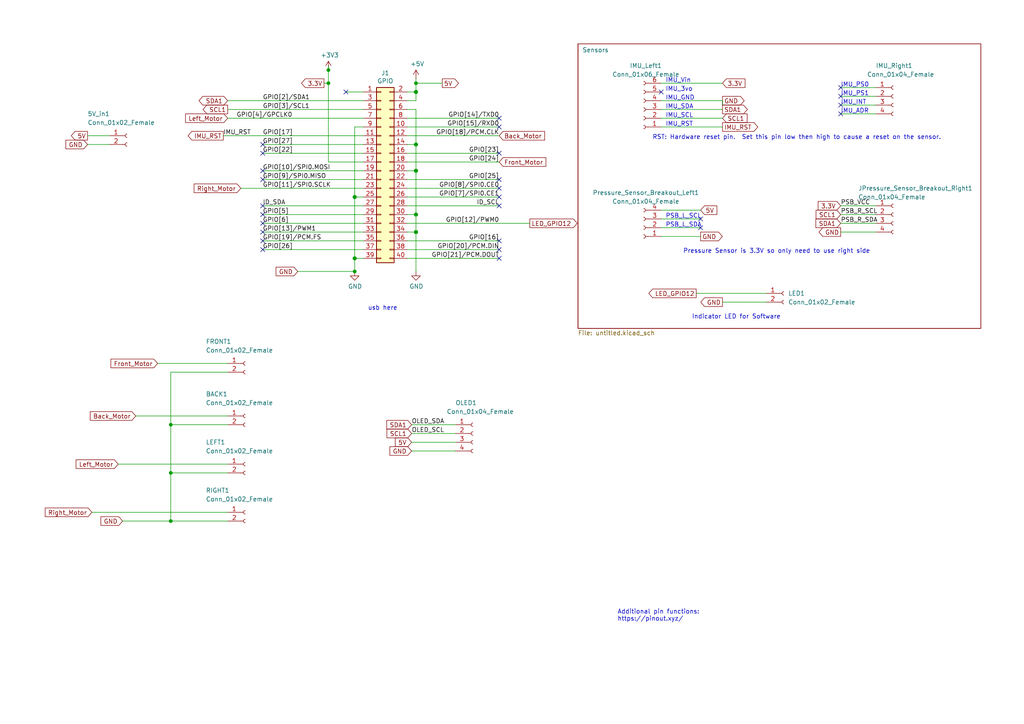
<source format=kicad_sch>
(kicad_sch (version 20211123) (generator eeschema)
  (paper "A4")
  (title_block (date "15 nov 2012"))
  (lib_symbols
    (symbol "Connector:Conn_01x02_Female" (pin_names (offset 1.016) hide)
      (property "Reference" "J" (at 0 2.54 0))
      (property "Value" "Conn_01x02_Female" (at 0 -5.08 0))
      (symbol "Conn_01x02_Female_1_1"
        (arc (start 0 -2.032) (mid -0.508 -2.54) (end 0 -3.048) (stroke (width 0.1524)))
        (polyline (pts (xy -1.27 -2.54) (xy -0.508 -2.54)) (stroke (width 0.1524)))
        (polyline (pts (xy -1.27 0) (xy -0.508 0)) (stroke (width 0.1524)))
        (arc (start 0 0.508) (mid -0.508 0) (end 0 -0.508) (stroke (width 0.1524)))
        (pin passive line (at -5.08 0 0) (length 3.81) (name "Pin_1") (number "1"))
        (pin passive line (at -5.08 -2.54 0) (length 3.81) (name "Pin_2") (number "2"))
      )
    )
    (symbol "Connector:Conn_01x04_Female" (pin_names (offset 1.016) hide)
      (property "Reference" "J" (at 0 5.08 0))
      (property "Value" "Conn_01x04_Female" (at 0 -7.62 0))
      (symbol "Conn_01x04_Female_1_1"
        (arc (start 0 -4.572) (mid -0.508 -5.08) (end 0 -5.588) (stroke (width 0.1524)))
        (arc (start 0 -2.032) (mid -0.508 -2.54) (end 0 -3.048) (stroke (width 0.1524)))
        (polyline (pts (xy -1.27 -5.08) (xy -0.508 -5.08)) (stroke (width 0.1524)))
        (polyline (pts (xy -1.27 -2.54) (xy -0.508 -2.54)) (stroke (width 0.1524)))
        (polyline (pts (xy -1.27 0) (xy -0.508 0)) (stroke (width 0.1524)))
        (polyline (pts (xy -1.27 2.54) (xy -0.508 2.54)) (stroke (width 0.1524)))
        (arc (start 0 0.508) (mid -0.508 0) (end 0 -0.508) (stroke (width 0.1524)))
        (arc (start 0 3.048) (mid -0.508 2.54) (end 0 2.032) (stroke (width 0.1524)))
        (pin passive line (at -5.08 2.54 0) (length 3.81) (name "Pin_1") (number "1"))
        (pin passive line (at -5.08 0 0) (length 3.81) (name "Pin_2") (number "2"))
        (pin passive line (at -5.08 -2.54 0) (length 3.81) (name "Pin_3") (number "3"))
        (pin passive line (at -5.08 -5.08 0) (length 3.81) (name "Pin_4") (number "4"))
      )
    )
    (symbol "Connector:Conn_01x06_Female" (pin_names (offset 1.016) hide)
      (property "Reference" "J" (at 0 7.62 0))
      (property "Value" "Conn_01x06_Female" (at 0 -10.16 0))
      (symbol "Conn_01x06_Female_1_1"
        (arc (start 0 -7.112) (mid -0.508 -7.62) (end 0 -8.128) (stroke (width 0.1524)))
        (arc (start 0 -4.572) (mid -0.508 -5.08) (end 0 -5.588) (stroke (width 0.1524)))
        (arc (start 0 -2.032) (mid -0.508 -2.54) (end 0 -3.048) (stroke (width 0.1524)))
        (polyline (pts (xy -1.27 -7.62) (xy -0.508 -7.62)) (stroke (width 0.1524)))
        (polyline (pts (xy -1.27 -5.08) (xy -0.508 -5.08)) (stroke (width 0.1524)))
        (polyline (pts (xy -1.27 -2.54) (xy -0.508 -2.54)) (stroke (width 0.1524)))
        (polyline (pts (xy -1.27 0) (xy -0.508 0)) (stroke (width 0.1524)))
        (polyline (pts (xy -1.27 2.54) (xy -0.508 2.54)) (stroke (width 0.1524)))
        (polyline (pts (xy -1.27 5.08) (xy -0.508 5.08)) (stroke (width 0.1524)))
        (arc (start 0 0.508) (mid -0.508 0) (end 0 -0.508) (stroke (width 0.1524)))
        (arc (start 0 3.048) (mid -0.508 2.54) (end 0 2.032) (stroke (width 0.1524)))
        (arc (start 0 5.588) (mid -0.508 5.08) (end 0 4.572) (stroke (width 0.1524)))
        (pin passive line (at -5.08 5.08 0) (length 3.81) (name "Pin_1") (number "1"))
        (pin passive line (at -5.08 2.54 0) (length 3.81) (name "Pin_2") (number "2"))
        (pin passive line (at -5.08 0 0) (length 3.81) (name "Pin_3") (number "3"))
        (pin passive line (at -5.08 -2.54 0) (length 3.81) (name "Pin_4") (number "4"))
        (pin passive line (at -5.08 -5.08 0) (length 3.81) (name "Pin_5") (number "5"))
        (pin passive line (at -5.08 -7.62 0) (length 3.81) (name "Pin_6") (number "6"))
      )
    )
    (symbol "Connector_Generic:Conn_02x20_Odd_Even" (pin_names (offset 1.016) hide)
      (property "Reference" "J" (at 1.27 25.4 0))
      (property "Value" "Conn_02x20_Odd_Even" (at 1.27 -27.94 0))
      (symbol "Conn_02x20_Odd_Even_1_1"
        (rectangle (start -1.27 -25.273) (end 0 -25.527) (stroke (width 0.1524)))
        (rectangle (start -1.27 -22.733) (end 0 -22.987) (stroke (width 0.1524)))
        (rectangle (start -1.27 -20.193) (end 0 -20.447) (stroke (width 0.1524)))
        (rectangle (start -1.27 -17.653) (end 0 -17.907) (stroke (width 0.1524)))
        (rectangle (start -1.27 -15.113) (end 0 -15.367) (stroke (width 0.1524)))
        (rectangle (start -1.27 -12.573) (end 0 -12.827) (stroke (width 0.1524)))
        (rectangle (start -1.27 -10.033) (end 0 -10.287) (stroke (width 0.1524)))
        (rectangle (start -1.27 -7.493) (end 0 -7.747) (stroke (width 0.1524)))
        (rectangle (start -1.27 -4.953) (end 0 -5.207) (stroke (width 0.1524)))
        (rectangle (start -1.27 -2.413) (end 0 -2.667) (stroke (width 0.1524)))
        (rectangle (start -1.27 0.127) (end 0 -0.127) (stroke (width 0.1524)))
        (rectangle (start -1.27 2.667) (end 0 2.413) (stroke (width 0.1524)))
        (rectangle (start -1.27 5.207) (end 0 4.953) (stroke (width 0.1524)))
        (rectangle (start -1.27 7.747) (end 0 7.493) (stroke (width 0.1524)))
        (rectangle (start -1.27 10.287) (end 0 10.033) (stroke (width 0.1524)))
        (rectangle (start -1.27 12.827) (end 0 12.573) (stroke (width 0.1524)))
        (rectangle (start -1.27 15.367) (end 0 15.113) (stroke (width 0.1524)))
        (rectangle (start -1.27 17.907) (end 0 17.653) (stroke (width 0.1524)))
        (rectangle (start -1.27 20.447) (end 0 20.193) (stroke (width 0.1524)))
        (rectangle (start -1.27 22.987) (end 0 22.733) (stroke (width 0.1524)))
        (rectangle (start -1.27 24.13) (end 3.81 -26.67) (stroke (width 0.254)) (fill (type background)))
        (rectangle (start 3.81 -25.273) (end 2.54 -25.527) (stroke (width 0.1524)))
        (rectangle (start 3.81 -22.733) (end 2.54 -22.987) (stroke (width 0.1524)))
        (rectangle (start 3.81 -20.193) (end 2.54 -20.447) (stroke (width 0.1524)))
        (rectangle (start 3.81 -17.653) (end 2.54 -17.907) (stroke (width 0.1524)))
        (rectangle (start 3.81 -15.113) (end 2.54 -15.367) (stroke (width 0.1524)))
        (rectangle (start 3.81 -12.573) (end 2.54 -12.827) (stroke (width 0.1524)))
        (rectangle (start 3.81 -10.033) (end 2.54 -10.287) (stroke (width 0.1524)))
        (rectangle (start 3.81 -7.493) (end 2.54 -7.747) (stroke (width 0.1524)))
        (rectangle (start 3.81 -4.953) (end 2.54 -5.207) (stroke (width 0.1524)))
        (rectangle (start 3.81 -2.413) (end 2.54 -2.667) (stroke (width 0.1524)))
        (rectangle (start 3.81 0.127) (end 2.54 -0.127) (stroke (width 0.1524)))
        (rectangle (start 3.81 2.667) (end 2.54 2.413) (stroke (width 0.1524)))
        (rectangle (start 3.81 5.207) (end 2.54 4.953) (stroke (width 0.1524)))
        (rectangle (start 3.81 7.747) (end 2.54 7.493) (stroke (width 0.1524)))
        (rectangle (start 3.81 10.287) (end 2.54 10.033) (stroke (width 0.1524)))
        (rectangle (start 3.81 12.827) (end 2.54 12.573) (stroke (width 0.1524)))
        (rectangle (start 3.81 15.367) (end 2.54 15.113) (stroke (width 0.1524)))
        (rectangle (start 3.81 17.907) (end 2.54 17.653) (stroke (width 0.1524)))
        (rectangle (start 3.81 20.447) (end 2.54 20.193) (stroke (width 0.1524)))
        (rectangle (start 3.81 22.987) (end 2.54 22.733) (stroke (width 0.1524)))
        (pin passive line (at -5.08 22.86 0) (length 3.81) (name "Pin_1") (number "1"))
        (pin passive line (at 7.62 12.7 180) (length 3.81) (name "Pin_10") (number "10"))
        (pin passive line (at -5.08 10.16 0) (length 3.81) (name "Pin_11") (number "11"))
        (pin passive line (at 7.62 10.16 180) (length 3.81) (name "Pin_12") (number "12"))
        (pin passive line (at -5.08 7.62 0) (length 3.81) (name "Pin_13") (number "13"))
        (pin passive line (at 7.62 7.62 180) (length 3.81) (name "Pin_14") (number "14"))
        (pin passive line (at -5.08 5.08 0) (length 3.81) (name "Pin_15") (number "15"))
        (pin passive line (at 7.62 5.08 180) (length 3.81) (name "Pin_16") (number "16"))
        (pin passive line (at -5.08 2.54 0) (length 3.81) (name "Pin_17") (number "17"))
        (pin passive line (at 7.62 2.54 180) (length 3.81) (name "Pin_18") (number "18"))
        (pin passive line (at -5.08 0 0) (length 3.81) (name "Pin_19") (number "19"))
        (pin passive line (at 7.62 22.86 180) (length 3.81) (name "Pin_2") (number "2"))
        (pin passive line (at 7.62 0 180) (length 3.81) (name "Pin_20") (number "20"))
        (pin passive line (at -5.08 -2.54 0) (length 3.81) (name "Pin_21") (number "21"))
        (pin passive line (at 7.62 -2.54 180) (length 3.81) (name "Pin_22") (number "22"))
        (pin passive line (at -5.08 -5.08 0) (length 3.81) (name "Pin_23") (number "23"))
        (pin passive line (at 7.62 -5.08 180) (length 3.81) (name "Pin_24") (number "24"))
        (pin passive line (at -5.08 -7.62 0) (length 3.81) (name "Pin_25") (number "25"))
        (pin passive line (at 7.62 -7.62 180) (length 3.81) (name "Pin_26") (number "26"))
        (pin passive line (at -5.08 -10.16 0) (length 3.81) (name "Pin_27") (number "27"))
        (pin passive line (at 7.62 -10.16 180) (length 3.81) (name "Pin_28") (number "28"))
        (pin passive line (at -5.08 -12.7 0) (length 3.81) (name "Pin_29") (number "29"))
        (pin passive line (at -5.08 20.32 0) (length 3.81) (name "Pin_3") (number "3"))
        (pin passive line (at 7.62 -12.7 180) (length 3.81) (name "Pin_30") (number "30"))
        (pin passive line (at -5.08 -15.24 0) (length 3.81) (name "Pin_31") (number "31"))
        (pin passive line (at 7.62 -15.24 180) (length 3.81) (name "Pin_32") (number "32"))
        (pin passive line (at -5.08 -17.78 0) (length 3.81) (name "Pin_33") (number "33"))
        (pin passive line (at 7.62 -17.78 180) (length 3.81) (name "Pin_34") (number "34"))
        (pin passive line (at -5.08 -20.32 0) (length 3.81) (name "Pin_35") (number "35"))
        (pin passive line (at 7.62 -20.32 180) (length 3.81) (name "Pin_36") (number "36"))
        (pin passive line (at -5.08 -22.86 0) (length 3.81) (name "Pin_37") (number "37"))
        (pin passive line (at 7.62 -22.86 180) (length 3.81) (name "Pin_38") (number "38"))
        (pin passive line (at -5.08 -25.4 0) (length 3.81) (name "Pin_39") (number "39"))
        (pin passive line (at 7.62 20.32 180) (length 3.81) (name "Pin_4") (number "4"))
        (pin passive line (at 7.62 -25.4 180) (length 3.81) (name "Pin_40") (number "40"))
        (pin passive line (at -5.08 17.78 0) (length 3.81) (name "Pin_5") (number "5"))
        (pin passive line (at 7.62 17.78 180) (length 3.81) (name "Pin_6") (number "6"))
        (pin passive line (at -5.08 15.24 0) (length 3.81) (name "Pin_7") (number "7"))
        (pin passive line (at 7.62 15.24 180) (length 3.81) (name "Pin_8") (number "8"))
        (pin passive line (at -5.08 12.7 0) (length 3.81) (name "Pin_9") (number "9"))
      )
    )
    (symbol "power:+3.3V" (power) (pin_names (offset 0))
      (property "Value" "+3.3V" (at 0 3.556 0))
      (symbol "+3.3V_0_1"
        (polyline (pts (xy -0.762 1.27) (xy 0 2.54)))
        (polyline (pts (xy 0 0) (xy 0 2.54)))
        (polyline (pts (xy 0 2.54) (xy 0.762 1.27)))
      )
      (symbol "+3.3V_1_1"
        (pin power_in line (at 0 0 90) (length 0) hide (name "+3V3") (number "1"))
      )
    )
    (symbol "power:+5V" (power) (pin_names (offset 0))
      (property "Value" "+5V" (at 0 3.556 0))
      (symbol "+5V_0_1"
        (polyline (pts (xy -0.762 1.27) (xy 0 2.54)))
        (polyline (pts (xy 0 0) (xy 0 2.54)))
        (polyline (pts (xy 0 2.54) (xy 0.762 1.27)))
      )
      (symbol "+5V_1_1"
        (pin power_in line (at 0 0 90) (length 0) hide (name "+5V") (number "1"))
      )
    )
    (symbol "power:GND" (power) (pin_names (offset 0))
      (property "Value" "GND" (at 0 -3.81 0))
      (symbol "GND_0_1"
        (polyline (pts (xy 0 0) (xy 0 -1.27) (xy 1.27 -1.27) (xy 0 -2.54) (xy -1.27 -1.27) (xy 0 -1.27)))
      )
      (symbol "GND_1_1"
        (pin power_in line (at 0 0 270) (length 0) hide (name "GND") (number "1"))
      )
    )
  )
  (junction (at 120.65 26.67) (diameter 1.016))
  (junction (at 120.65 24.13))
  (junction (at 120.65 41.91) (diameter 1.016))
  (junction (at 95.25 20.32))
  (junction (at 102.87 78.74))
  (junction (at 95.25 24.13))
  (junction (at 102.87 74.93) (diameter 1.016))
  (junction (at 102.87 57.15) (diameter 1.016))
  (junction (at 49.53 151.13))
  (junction (at 120.65 67.31) (diameter 1.016))
  (junction (at 49.53 123.19))
  (junction (at 49.53 137.16))
  (junction (at 120.65 62.23) (diameter 1.016))
  (junction (at 120.65 49.53) (diameter 1.016))
  (no_connect (at 76.2 67.31))
  (no_connect (at 76.2 59.69))
  (no_connect (at 76.2 72.39))
  (no_connect (at 76.2 41.91))
  (no_connect (at 76.2 62.23))
  (no_connect (at 76.2 69.85))
  (no_connect (at 76.2 49.53))
  (no_connect (at 144.78 59.69))
  (no_connect (at 203.2 63.5))
  (no_connect (at 76.2 44.45))
  (no_connect (at 144.78 34.29))
  (no_connect (at 243.84 33.02))
  (no_connect (at 144.78 36.83))
  (no_connect (at 144.78 44.45))
  (no_connect (at 144.78 54.61))
  (no_connect (at 243.84 25.4))
  (no_connect (at 191.77 26.67))
  (no_connect (at 144.78 69.85))
  (no_connect (at 76.2 64.77))
  (no_connect (at 243.84 27.94))
  (no_connect (at 203.2 66.04))
  (no_connect (at 100.33 26.67))
  (no_connect (at 144.78 72.39))
  (no_connect (at 144.78 57.15))
  (no_connect (at 144.78 74.93))
  (no_connect (at 243.84 30.48))
  (no_connect (at 76.2 52.07))
  (no_connect (at 144.78 52.07))
  (wire (pts (xy 95.25 24.13) (xy 93.98 24.13)))
  (wire (pts (xy 102.87 57.15) (xy 102.87 74.93)))
  (wire (pts (xy 118.11 57.15) (xy 144.78 57.15)))
  (wire (pts (xy 201.93 85.09) (xy 222.25 85.09)))
  (wire (pts (xy 64.77 39.37) (xy 105.41 39.37)))
  (wire (pts (xy 49.53 123.19) (xy 49.53 137.16)))
  (wire (pts (xy 191.77 24.13) (xy 209.55 24.13)))
  (wire (pts (xy 120.65 31.75) (xy 120.65 41.91)))
  (wire (pts (xy 191.77 63.5) (xy 203.2 63.5)))
  (wire (pts (xy 120.65 49.53) (xy 118.11 49.53)))
  (wire (pts (xy 120.65 62.23) (xy 120.65 67.31)))
  (wire (pts (xy 243.84 27.94) (xy 254 27.94)))
  (wire (pts (xy 49.53 123.19) (xy 66.04 123.19)))
  (wire (pts (xy 120.65 49.53) (xy 120.65 62.23)))
  (wire (pts (xy 243.84 62.23) (xy 254 62.23)))
  (wire (pts (xy 118.11 34.29) (xy 144.78 34.29)))
  (wire (pts (xy 49.53 107.95) (xy 49.53 123.19)))
  (wire (pts (xy 102.87 36.83) (xy 102.87 57.15)))
  (wire (pts (xy 34.29 134.62) (xy 66.04 134.62)))
  (wire (pts (xy 102.87 36.83) (xy 105.41 36.83)))
  (wire (pts (xy 118.11 54.61) (xy 144.78 54.61)))
  (wire (pts (xy 105.41 59.69) (xy 76.2 59.69)))
  (wire (pts (xy 39.37 120.65) (xy 66.04 120.65)))
  (wire (pts (xy 76.2 62.23) (xy 105.41 62.23)))
  (wire (pts (xy 49.53 137.16) (xy 49.53 151.13)))
  (wire (pts (xy 191.77 66.04) (xy 203.2 66.04)))
  (wire (pts (xy 102.87 57.15) (xy 105.41 57.15)))
  (wire (pts (xy 118.11 44.45) (xy 144.78 44.45)))
  (wire (pts (xy 119.38 123.19) (xy 132.08 123.19)))
  (wire (pts (xy 243.84 67.31) (xy 254 67.31)))
  (wire (pts (xy 118.11 74.93) (xy 144.78 74.93)))
  (wire (pts (xy 102.87 74.93) (xy 102.87 78.74)))
  (wire (pts (xy 119.38 128.27) (xy 132.08 128.27)))
  (wire (pts (xy 119.38 125.73) (xy 132.08 125.73)))
  (wire (pts (xy 120.65 67.31) (xy 118.11 67.31)))
  (wire (pts (xy 95.25 19.05) (xy 95.25 20.32)))
  (wire (pts (xy 66.04 31.75) (xy 105.41 31.75)))
  (wire (pts (xy 191.77 34.29) (xy 209.55 34.29)))
  (wire (pts (xy 26.67 148.59) (xy 66.04 148.59)))
  (wire (pts (xy 69.85 54.61) (xy 105.41 54.61)))
  (wire (pts (xy 95.25 46.99) (xy 105.41 46.99)))
  (wire (pts (xy 66.04 29.21) (xy 105.41 29.21)))
  (wire (pts (xy 120.65 26.67) (xy 120.65 29.21)))
  (wire (pts (xy 120.65 41.91) (xy 120.65 49.53)))
  (wire (pts (xy 118.11 39.37) (xy 144.78 39.37)))
  (wire (pts (xy 209.55 29.21) (xy 209.55 30.48)))
  (wire (pts (xy 120.65 41.91) (xy 118.11 41.91)))
  (wire (pts (xy 209.55 87.63) (xy 222.25 87.63)))
  (wire (pts (xy 120.65 22.86) (xy 120.65 24.13)))
  (wire (pts (xy 66.04 34.29) (xy 105.41 34.29)))
  (wire (pts (xy 243.84 30.48) (xy 254 30.48)))
  (wire (pts (xy 243.84 33.02) (xy 254 33.02)))
  (wire (pts (xy 120.65 26.67) (xy 118.11 26.67)))
  (wire (pts (xy 118.11 46.99) (xy 144.78 46.99)))
  (wire (pts (xy 191.77 36.83) (xy 209.55 36.83)))
  (wire (pts (xy 118.11 36.83) (xy 144.78 36.83)))
  (wire (pts (xy 76.2 44.45) (xy 105.41 44.45)))
  (wire (pts (xy 243.84 25.4) (xy 254 25.4)))
  (wire (pts (xy 76.2 52.07) (xy 105.41 52.07)))
  (wire (pts (xy 243.84 59.69) (xy 254 59.69)))
  (wire (pts (xy 86.36 78.74) (xy 102.87 78.74)))
  (wire (pts (xy 76.2 64.77) (xy 105.41 64.77)))
  (wire (pts (xy 35.56 151.13) (xy 49.53 151.13)))
  (wire (pts (xy 120.65 29.21) (xy 118.11 29.21)))
  (wire (pts (xy 191.77 29.21) (xy 209.55 29.21)))
  (wire (pts (xy 49.53 137.16) (xy 66.04 137.16)))
  (wire (pts (xy 25.4 41.91) (xy 31.75 41.91)))
  (wire (pts (xy 76.2 69.85) (xy 105.41 69.85)))
  (wire (pts (xy 118.11 69.85) (xy 144.78 69.85)))
  (wire (pts (xy 45.72 105.41) (xy 66.04 105.41)))
  (wire (pts (xy 120.65 24.13) (xy 120.65 26.67)))
  (wire (pts (xy 118.11 64.77) (xy 153.67 64.77)))
  (wire (pts (xy 243.84 64.77) (xy 254 64.77)))
  (wire (pts (xy 102.87 74.93) (xy 105.41 74.93)))
  (wire (pts (xy 25.4 39.37) (xy 31.75 39.37)))
  (wire (pts (xy 95.25 24.13) (xy 95.25 20.32)))
  (wire (pts (xy 120.65 24.13) (xy 128.27 24.13)))
  (wire (pts (xy 66.04 107.95) (xy 49.53 107.95)))
  (wire (pts (xy 118.11 72.39) (xy 144.78 72.39)))
  (wire (pts (xy 120.65 31.75) (xy 118.11 31.75)))
  (wire (pts (xy 191.77 31.75) (xy 209.55 31.75)))
  (wire (pts (xy 76.2 41.91) (xy 105.41 41.91)))
  (wire (pts (xy 76.2 72.39) (xy 105.41 72.39)))
  (wire (pts (xy 119.38 130.81) (xy 132.08 130.81)))
  (wire (pts (xy 95.25 46.99) (xy 95.25 24.13)))
  (wire (pts (xy 49.53 151.13) (xy 66.04 151.13)))
  (wire (pts (xy 120.65 67.31) (xy 120.65 78.74)))
  (wire (pts (xy 118.11 52.07) (xy 144.78 52.07)))
  (wire (pts (xy 105.41 67.31) (xy 76.2 67.31)))
  (wire (pts (xy 120.65 62.23) (xy 118.11 62.23)))
  (wire (pts (xy 191.77 60.96) (xy 203.2 60.96)))
  (wire (pts (xy 100.33 26.67) (xy 105.41 26.67)))
  (wire (pts (xy 191.77 68.58) (xy 203.2 68.58)))
  (wire (pts (xy 105.41 49.53) (xy 76.2 49.53)))
  (wire (pts (xy 118.11 59.69) (xy 144.78 59.69)))
  (text "IMU_PS0" (at 243.84 25.4 0) (effects (font (size 1.27 1.27)) (justify left bottom)))
  (text "Indicator LED for Software" (at 200.66 92.71 0) (effects (font (size 1.27 1.27)) (justify left bottom)))
  (text "IMU_RST" (at 193.04 36.83 0) (effects (font (size 1.27 1.27)) (justify left bottom)))
  (text "Additional pin functions:\nhttps://pinout.xyz/" (at 179.07 180.34 0) (effects (font (size 1.27 1.27)) (justify left bottom)))
  (text "PSB_L_SCL" (at 193.04 63.5 0) (effects (font (size 1.27 1.27)) (justify left bottom)))
  (text "usb here\n" (at 106.68 90.17 0) (effects (font (size 1.27 1.27)) (justify left bottom)))
  (text "IMU_GND" (at 193.04 29.21 0) (effects (font (size 1.27 1.27)) (justify left bottom)))
  (text "IMU_Vin" (at 193.04 24.13 0) (effects (font (size 1.27 1.27)) (justify left bottom)))
  (text "Pressure Sensor is 3.3V so only need to use right side\n" (at 198.12 73.66 0) (effects (font (size 1.27 1.27)) (justify left bottom)))
  (text "IMU_SCL" (at 193.04 34.29 0) (effects (font (size 1.27 1.27)) (justify left bottom)))
  (text "IMU_SDA" (at 193.04 31.75 0) (effects (font (size 1.27 1.27)) (justify left bottom)))
  (text "IMU_ADR" (at 243.84 33.02 0) (effects (font (size 1.27 1.27)) (justify left bottom)))
  (text "IMU_INT" (at 243.84 30.48 0) (effects (font (size 1.27 1.27)) (justify left bottom)))
  (text "PSB_L_SDA" (at 193.04 66.04 0) (effects (font (size 1.27 1.27)) (justify left bottom)))
  (text "IMU_3vo" (at 193.04 26.67 0) (effects (font (size 1.27 1.27)) (justify left bottom)))
  (text "IMU_PS1" (at 243.84 27.94 0) (effects (font (size 1.27 1.27)) (justify left bottom)))
  (text "RST: Hardware reset pin.  Set this pin low then high to cause a reset on the sensor." (at 189.23 40.64 0) (effects (font (size 1.27 1.27)) (justify left bottom)))
  (label "IMU_RST" (at 64.77 39.37 0))
  (label "ID_SDA" (at 76.2 59.69 0))
  (label "GPIO[6]" (at 76.2 64.77 0))
  (label "ID_SCL" (at 144.78 59.69 180))
  (label "GPIO[5]" (at 76.2 62.23 0))
  (label "GPIO[21]{slash}PCM.DOUT" (at 144.78 74.93 180))
  (label "GPIO[19]{slash}PCM.FS" (at 76.2 69.85 0))
  (label "GPIO[10]{slash}SPI0.MOSI" (at 76.2 49.53 0))
  (label "GPIO[9]{slash}SPI0.MISO" (at 76.2 52.07 0))
  (label "GPIO[23]" (at 144.78 44.45 180))
  (label "OLED_SCL" (at 119.38 125.73 0))
  (label "GPIO[4]{slash}GPCLK0" (at 68.58 34.29 0))
  (label "GPIO[27]" (at 76.2 41.91 0))
  (label "GPIO[26]" (at 76.2 72.39 0))
  (label "GPIO[14]{slash}TXD0" (at 144.78 34.29 180))
  (label "GPIO[8]{slash}SPI0.CE0" (at 144.78 54.61 180))
  (label "GPIO[15]{slash}RXD0" (at 144.78 36.83 180))
  (label "GPIO[16]" (at 144.78 69.85 180))
  (label "PSB_R_SCL" (at 243.84 62.23 0))
  (label "GPIO[22]" (at 76.2 44.45 0))
  (label "GPIO[2]{slash}SDA1" (at 76.2 29.21 0))
  (label "GPIO[17]" (at 76.2 39.37 0))
  (label "GPIO[25]" (at 144.78 52.07 180))
  (label "GPIO[3]{slash}SCL1" (at 76.2 31.75 0))
  (label "OLED_SDA" (at 119.38 123.19 0))
  (label "GPIO[18]{slash}PCM.CLK" (at 144.78 39.37 180))
  (label "PSB_VCC" (at 243.84 59.69 0))
  (label "GPIO[12]{slash}PWM0" (at 144.78 64.77 180))
  (label "GPIO[13]{slash}PWM1" (at 76.2 67.31 0))
  (label "GPIO[20]{slash}PCM.DIN" (at 144.78 72.39 180))
  (label "GPIO[24]" (at 144.78 46.99 180))
  (label "GPIO[7]{slash}SPI0.CE1" (at 144.78 57.15 180))
  (label "PSB_R_SDA" (at 243.84 64.77 0))
  (label "GPIO[11]{slash}SPI0.SCLK" (at 76.2 54.61 0))
  (global_label "SDA1" (shape input) (at 243.84 64.77 180) (property "Intersheet References" "${INTERSHEET_REFS}" (effects hide)))
  (global_label "IMU_RST" (shape output) (at 64.77 39.37 180) (property "Intersheet References" "${INTERSHEET_REFS}" (effects hide)))
  (global_label "GND" (shape output) (at 243.84 67.31 180) (property "Intersheet References" "${INTERSHEET_REFS}" (effects hide)))
  (global_label "Front_Motor" (shape input) (at 144.78 46.99 0) (property "Intersheet References" "${INTERSHEET_REFS}" (effects hide)))
  (global_label "GND" (shape input) (at 119.38 130.81 180) (property "Intersheet References" "${INTERSHEET_REFS}" (effects hide)))
  (global_label "GND" (shape output) (at 203.2 68.58 0) (property "Intersheet References" "${INTERSHEET_REFS}" (effects hide)))
  (global_label "5V" (shape output) (at 128.27 24.13 0) (property "Intersheet References" "${INTERSHEET_REFS}" (effects hide)))
  (global_label "Left_Motor" (shape input) (at 66.04 34.29 180) (property "Intersheet References" "${INTERSHEET_REFS}" (effects hide)))
  (global_label "LED_GPIO12" (shape output) (at 153.67 64.77 0) (property "Intersheet References" "${INTERSHEET_REFS}" (effects hide)))
  (global_label "Back_Motor" (shape input) (at 144.78 39.37 0) (property "Intersheet References" "${INTERSHEET_REFS}" (effects hide)))
  (global_label "3.3V" (shape output) (at 93.98 24.13 180) (property "Intersheet References" "${INTERSHEET_REFS}" (effects hide)))
  (global_label "GND" (shape input) (at 25.4 41.91 180) (property "Intersheet References" "${INTERSHEET_REFS}" (effects hide)))
  (global_label "SDA1" (shape input) (at 119.38 123.19 180) (property "Intersheet References" "${INTERSHEET_REFS}" (effects hide)))
  (global_label "GND" (shape input) (at 86.36 78.74 180) (property "Intersheet References" "${INTERSHEET_REFS}" (effects hide)))
  (global_label "SCL1" (shape output) (at 66.04 31.75 180) (property "Intersheet References" "${INTERSHEET_REFS}" (effects hide)))
  (global_label "Front_Motor" (shape input) (at 45.72 105.41 180) (property "Intersheet References" "${INTERSHEET_REFS}" (effects hide)))
  (global_label "Right_Motor" (shape input) (at 26.67 148.59 180) (property "Intersheet References" "${INTERSHEET_REFS}" (effects hide)))
  (global_label "SDA1" (shape bidirectional) (at 66.04 29.21 180) (property "Intersheet References" "${INTERSHEET_REFS}" (effects hide)))
  (global_label "5V" (shape input) (at 119.38 128.27 180) (property "Intersheet References" "${INTERSHEET_REFS}" (effects hide)))
  (global_label "3.3V" (shape input) (at 243.84 59.69 180) (property "Intersheet References" "${INTERSHEET_REFS}" (effects hide)))
  (global_label "SCL1" (shape input) (at 243.84 62.23 180) (property "Intersheet References" "${INTERSHEET_REFS}" (effects hide)))
  (global_label "5V" (shape input) (at 203.2 60.96 0) (property "Intersheet References" "${INTERSHEET_REFS}" (effects hide)))
  (global_label "5V" (shape output) (at 25.4 39.37 180) (property "Intersheet References" "${INTERSHEET_REFS}" (effects hide)))
  (global_label "IMU_RST" (shape output) (at 209.55 36.83 0) (property "Intersheet References" "${INTERSHEET_REFS}" (effects hide)))
  (global_label "GND" (shape input) (at 35.56 151.13 180) (property "Intersheet References" "${INTERSHEET_REFS}" (effects hide)))
  (global_label "3.3V" (shape input) (at 209.55 24.13 0) (property "Intersheet References" "${INTERSHEET_REFS}" (effects hide)))
  (global_label "LED_GPIO12" (shape output) (at 201.93 85.09 180) (property "Intersheet References" "${INTERSHEET_REFS}" (effects hide)))
  (global_label "GND" (shape output) (at 209.55 87.63 180) (property "Intersheet References" "${INTERSHEET_REFS}" (effects hide)))
  (global_label "SCL1" (shape input) (at 119.38 125.73 180) (property "Intersheet References" "${INTERSHEET_REFS}" (effects hide)))
  (global_label "SDA1" (shape output) (at 209.55 31.75 0) (property "Intersheet References" "${INTERSHEET_REFS}" (effects hide)))
  (global_label "Left_Motor" (shape input) (at 34.29 134.62 180) (property "Intersheet References" "${INTERSHEET_REFS}" (effects hide)))
  (global_label "Right_Motor" (shape input) (at 69.85 54.61 180) (property "Intersheet References" "${INTERSHEET_REFS}" (effects hide)))
  (global_label "Back_Motor" (shape input) (at 39.37 120.65 180) (property "Intersheet References" "${INTERSHEET_REFS}" (effects hide)))
  (global_label "SCL1" (shape input) (at 209.55 34.29 0) (property "Intersheet References" "${INTERSHEET_REFS}" (effects hide)))
  (global_label "GND" (shape output) (at 209.55 29.21 0) (property "Intersheet References" "${INTERSHEET_REFS}" (effects hide)))
  (symbol (lib_id "power:+5V") (at 120.65 22.86 0) (unit 1)
    (property "Reference" "#PWR01" (effects hide))
    (property "Value" "+5V" (at 121.0183 18.5356 0))
  )
  (symbol (lib_id "power:+3.3V") (at 95.25 20.32 0) (unit 1)
    (property "Reference" "#PWR04" (effects hide))
    (property "Value" "+3.3V" (at 95.6183 15.9956 0))
  )
  (symbol (lib_id "power:GND") (at 120.65 78.74 0) (unit 1)
    (property "Reference" "#PWR02" (effects hide))
    (property "Value" "GND" (at 120.7643 83.0644 0))
  )
  (symbol (lib_id "power:GND") (at 102.87 78.74 0) (unit 1)
    (property "Reference" "#PWR03" (effects hide))
    (property "Value" "GND" (at 102.9843 83.0644 0))
  )
  (symbol (lib_id "Connector_Generic:Conn_02x20_Odd_Even") (at 110.49 49.53 0) (unit 1)
    (property "Reference" "J1" (at 111.76 21.1898 0))
    (property "Value" "GPIO" (at 111.76 23.495 0))
    (property "Footprint" "Connector_PinSocket_2.54mm:PinSocket_2x20_P2.54mm_Vertical" (effects hide))
  )
  (symbol (lib_id "Connector:Conn_01x04_Female") (at 259.08 62.23 0) (unit 1)
    (property "Reference" "JPressure_Sensor_Breakout_Right1" (at 248.92 54.61 0) (effects (justify left)))
    (property "Value" "Conn_01x04_Female" (at 248.92 57.15 0) (effects (justify left)))
    (property "Footprint" "Connector_PinHeader_2.54mm:PinHeader_1x04_P2.54mm_Vertical" (effects hide))
  )
  (symbol (lib_id "Connector:Conn_01x02_Female") (at 71.12 120.65 0) (unit 1)
    (property "Reference" "BACK1" (at 59.69 114.3 0) (effects (justify left)))
    (property "Value" "Conn_01x02_Female" (at 59.69 116.84 0) (effects (justify left)))
    (property "Footprint" "Capacitor_THT:C_Rect_L7.0mm_W2.5mm_P5.00mm" (effects hide))
  )
  (symbol (lib_id "Connector:Conn_01x04_Female") (at 137.16 125.73 0) (unit 1)
    (property "Reference" "OLED1" (at 132.08 116.84 0) (effects (justify left)))
    (property "Value" "Conn_01x04_Female" (at 129.54 119.38 0) (effects (justify left)))
    (property "Footprint" "Connector_PinHeader_2.54mm:PinHeader_1x04_P2.54mm_Vertical" (effects hide))
  )
  (symbol (lib_id "Connector:Conn_01x02_Female") (at 227.33 85.09 0) (unit 1)
    (property "Reference" "LED1" (at 228.6 85.0899 0) (effects (justify left)))
    (property "Value" "Conn_01x02_Female" (at 228.6 87.6299 0) (effects (justify left)))
    (property "Footprint" "LED_THT:LED_D3.0mm" (effects hide))
  )
  (symbol (lib_id "Connector:Conn_01x02_Female") (at 71.12 105.41 0) (unit 1)
    (property "Reference" "FRONT1" (at 59.69 99.06 0) (effects (justify left)))
    (property "Value" "Conn_01x02_Female" (at 59.69 101.6 0) (effects (justify left)))
    (property "Footprint" "Capacitor_THT:C_Rect_L7.0mm_W2.5mm_P5.00mm" (effects hide))
  )
  (symbol (lib_id "Connector:Conn_01x02_Female") (at 71.12 148.59 0) (unit 1)
    (property "Reference" "RIGHT1" (at 59.69 142.24 0) (effects (justify left)))
    (property "Value" "Conn_01x02_Female" (at 59.69 144.78 0) (effects (justify left)))
    (property "Footprint" "Capacitor_THT:C_Rect_L7.0mm_W2.5mm_P5.00mm" (effects hide))
  )
  (symbol (lib_id "Connector:Conn_01x06_Female") (at 186.69 31.75 180) (unit 1)
    (property "Reference" "IMU_Left1" (at 187.325 19.05 0))
    (property "Value" "Conn_01x06_Female" (at 187.325 21.59 0))
    (property "Footprint" "Connector_PinHeader_2.54mm:PinHeader_1x06_P2.54mm_Vertical" (effects hide))
  )
  (symbol (lib_id "Connector:Conn_01x04_Female") (at 186.69 66.04 180) (unit 1)
    (property "Reference" "Pressure_Sensor_Breakout_Left1" (at 187.325 55.88 0))
    (property "Value" "Conn_01x04_Female" (at 187.325 58.42 0))
    (property "Footprint" "Connector_PinHeader_2.54mm:PinHeader_1x04_P2.54mm_Vertical" (effects hide))
  )
  (symbol (lib_id "Connector:Conn_01x04_Female") (at 259.08 27.94 0) (unit 1)
    (property "Reference" "IMU_Right1" (at 254 19.05 0) (effects (justify left)))
    (property "Value" "Conn_01x04_Female" (at 251.46 21.59 0) (effects (justify left)))
    (property "Footprint" "Connector_PinHeader_2.54mm:PinHeader_1x04_P2.54mm_Vertical" (effects hide))
  )
  (symbol (lib_id "Connector:Conn_01x02_Female") (at 71.12 134.62 0) (unit 1)
    (property "Reference" "LEFT1" (at 59.69 128.27 0) (effects (justify left)))
    (property "Value" "Conn_01x02_Female" (at 59.69 130.81 0) (effects (justify left)))
    (property "Footprint" "Capacitor_THT:C_Rect_L7.0mm_W2.5mm_P5.00mm" (effects hide))
  )
  (symbol (lib_id "Connector:Conn_01x02_Female") (at 36.83 39.37 0) (unit 1)
    (property "Reference" "5V_in1" (at 25.4 33.02 0) (effects (justify left)))
    (property "Value" "Conn_01x02_Female" (at 25.4 35.56 0) (effects (justify left)))
    (property "Footprint" "TerminalBlock_MetzConnect:TerminalBlock_MetzConnect_Type101_RT01602HBWC_1x02_P5.08mm_Horizontal" (effects hide))
  )
  (sheet (at 167.64 12.7) (size 116.84 82.55) (stroke (width 0.1524))
    (property "Sheet name" "Sensors" (at 168.91 15.24 0) (effects (justify left bottom)))
    (property "Sheet file" "untitled.kicad_sch" (at 167.64 95.8346 0) (effects (justify left top)))
  )
)
</source>
